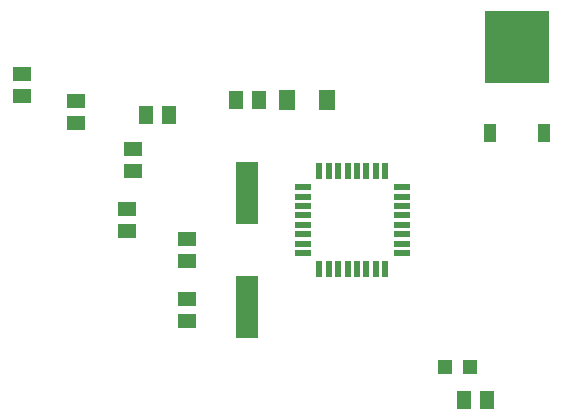
<source format=gtp>
G04 EAGLE Gerber RS-274X export*
G75*
%MOMM*%
%FSLAX34Y34*%
%LPD*%
%INSolderpaste Top*%
%IPPOS*%
%AMOC8*
5,1,8,0,0,1.08239X$1,22.5*%
G01*
%ADD10R,1.500000X1.300000*%
%ADD11R,1.300000X1.500000*%
%ADD12R,1.400000X1.800000*%
%ADD13R,5.400000X6.200000*%
%ADD14R,1.000000X1.600000*%
%ADD15R,1.200000X1.200000*%
%ADD16R,1.470000X0.550000*%
%ADD17R,0.550000X1.470000*%
%ADD18R,1.930400X5.334000*%


D10*
X254000Y219100D03*
X254000Y238100D03*
X304800Y193700D03*
X304800Y212700D03*
X304800Y161900D03*
X304800Y142900D03*
D11*
X346100Y330200D03*
X365100Y330200D03*
X288900Y317500D03*
X269900Y317500D03*
D12*
X389400Y330200D03*
X423400Y330200D03*
D13*
X584200Y375520D03*
D14*
X561400Y302520D03*
X607000Y302520D03*
D15*
X522900Y104140D03*
X543900Y104140D03*
D10*
X259080Y288900D03*
X259080Y269900D03*
X165100Y352400D03*
X165100Y333400D03*
X210820Y310540D03*
X210820Y329540D03*
D11*
X558140Y76200D03*
X539140Y76200D03*
D16*
X402800Y256600D03*
X402800Y248600D03*
X402800Y240600D03*
X402800Y232600D03*
X402800Y224600D03*
X402800Y216600D03*
X402800Y208600D03*
X402800Y200600D03*
D17*
X416500Y186900D03*
X424500Y186900D03*
X432500Y186900D03*
X440500Y186900D03*
X448500Y186900D03*
X456500Y186900D03*
X464500Y186900D03*
X472500Y186900D03*
D16*
X486200Y200600D03*
X486200Y208600D03*
X486200Y216600D03*
X486200Y224600D03*
X486200Y232600D03*
X486200Y240600D03*
X486200Y248600D03*
X486200Y256600D03*
D17*
X472500Y270300D03*
X464500Y270300D03*
X456500Y270300D03*
X448500Y270300D03*
X440500Y270300D03*
X432500Y270300D03*
X424500Y270300D03*
X416500Y270300D03*
D18*
X355600Y154940D03*
X355600Y251460D03*
M02*

</source>
